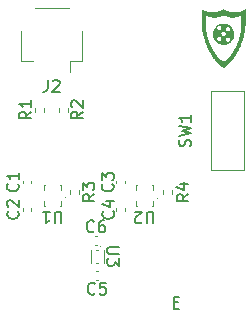
<source format=gbr>
%TF.GenerationSoftware,KiCad,Pcbnew,9.0.3*%
%TF.CreationDate,2025-08-15T19:30:48-04:00*%
%TF.ProjectId,M.2-to-Serial-RPI-3P-Debug-UART,4d2e322d-746f-42d5-9365-7269616c2d52,rev?*%
%TF.SameCoordinates,Original*%
%TF.FileFunction,Legend,Top*%
%TF.FilePolarity,Positive*%
%FSLAX46Y46*%
G04 Gerber Fmt 4.6, Leading zero omitted, Abs format (unit mm)*
G04 Created by KiCad (PCBNEW 9.0.3) date 2025-08-15 19:30:48*
%MOMM*%
%LPD*%
G01*
G04 APERTURE LIST*
%ADD10C,0.150000*%
%ADD11C,0.000000*%
%ADD12C,0.120000*%
%ADD13C,0.100000*%
G04 APERTURE END LIST*
D10*
X129348333Y-132454580D02*
X129300714Y-132502200D01*
X129300714Y-132502200D02*
X129157857Y-132549819D01*
X129157857Y-132549819D02*
X129062619Y-132549819D01*
X129062619Y-132549819D02*
X128919762Y-132502200D01*
X128919762Y-132502200D02*
X128824524Y-132406961D01*
X128824524Y-132406961D02*
X128776905Y-132311723D01*
X128776905Y-132311723D02*
X128729286Y-132121247D01*
X128729286Y-132121247D02*
X128729286Y-131978390D01*
X128729286Y-131978390D02*
X128776905Y-131787914D01*
X128776905Y-131787914D02*
X128824524Y-131692676D01*
X128824524Y-131692676D02*
X128919762Y-131597438D01*
X128919762Y-131597438D02*
X129062619Y-131549819D01*
X129062619Y-131549819D02*
X129157857Y-131549819D01*
X129157857Y-131549819D02*
X129300714Y-131597438D01*
X129300714Y-131597438D02*
X129348333Y-131645057D01*
X130205476Y-131549819D02*
X130015000Y-131549819D01*
X130015000Y-131549819D02*
X129919762Y-131597438D01*
X129919762Y-131597438D02*
X129872143Y-131645057D01*
X129872143Y-131645057D02*
X129776905Y-131787914D01*
X129776905Y-131787914D02*
X129729286Y-131978390D01*
X129729286Y-131978390D02*
X129729286Y-132359342D01*
X129729286Y-132359342D02*
X129776905Y-132454580D01*
X129776905Y-132454580D02*
X129824524Y-132502200D01*
X129824524Y-132502200D02*
X129919762Y-132549819D01*
X129919762Y-132549819D02*
X130110238Y-132549819D01*
X130110238Y-132549819D02*
X130205476Y-132502200D01*
X130205476Y-132502200D02*
X130253095Y-132454580D01*
X130253095Y-132454580D02*
X130300714Y-132359342D01*
X130300714Y-132359342D02*
X130300714Y-132121247D01*
X130300714Y-132121247D02*
X130253095Y-132026009D01*
X130253095Y-132026009D02*
X130205476Y-131978390D01*
X130205476Y-131978390D02*
X130110238Y-131930771D01*
X130110238Y-131930771D02*
X129919762Y-131930771D01*
X129919762Y-131930771D02*
X129824524Y-131978390D01*
X129824524Y-131978390D02*
X129776905Y-132026009D01*
X129776905Y-132026009D02*
X129729286Y-132121247D01*
X136086779Y-138481009D02*
X136420112Y-138481009D01*
X136562969Y-139004819D02*
X136086779Y-139004819D01*
X136086779Y-139004819D02*
X136086779Y-138004819D01*
X136086779Y-138004819D02*
X136562969Y-138004819D01*
X129433333Y-137724580D02*
X129385714Y-137772200D01*
X129385714Y-137772200D02*
X129242857Y-137819819D01*
X129242857Y-137819819D02*
X129147619Y-137819819D01*
X129147619Y-137819819D02*
X129004762Y-137772200D01*
X129004762Y-137772200D02*
X128909524Y-137676961D01*
X128909524Y-137676961D02*
X128861905Y-137581723D01*
X128861905Y-137581723D02*
X128814286Y-137391247D01*
X128814286Y-137391247D02*
X128814286Y-137248390D01*
X128814286Y-137248390D02*
X128861905Y-137057914D01*
X128861905Y-137057914D02*
X128909524Y-136962676D01*
X128909524Y-136962676D02*
X129004762Y-136867438D01*
X129004762Y-136867438D02*
X129147619Y-136819819D01*
X129147619Y-136819819D02*
X129242857Y-136819819D01*
X129242857Y-136819819D02*
X129385714Y-136867438D01*
X129385714Y-136867438D02*
X129433333Y-136915057D01*
X130338095Y-136819819D02*
X129861905Y-136819819D01*
X129861905Y-136819819D02*
X129814286Y-137296009D01*
X129814286Y-137296009D02*
X129861905Y-137248390D01*
X129861905Y-137248390D02*
X129957143Y-137200771D01*
X129957143Y-137200771D02*
X130195238Y-137200771D01*
X130195238Y-137200771D02*
X130290476Y-137248390D01*
X130290476Y-137248390D02*
X130338095Y-137296009D01*
X130338095Y-137296009D02*
X130385714Y-137391247D01*
X130385714Y-137391247D02*
X130385714Y-137629342D01*
X130385714Y-137629342D02*
X130338095Y-137724580D01*
X130338095Y-137724580D02*
X130290476Y-137772200D01*
X130290476Y-137772200D02*
X130195238Y-137819819D01*
X130195238Y-137819819D02*
X129957143Y-137819819D01*
X129957143Y-137819819D02*
X129861905Y-137772200D01*
X129861905Y-137772200D02*
X129814286Y-137724580D01*
X124034819Y-122341666D02*
X123558628Y-122674999D01*
X124034819Y-122913094D02*
X123034819Y-122913094D01*
X123034819Y-122913094D02*
X123034819Y-122532142D01*
X123034819Y-122532142D02*
X123082438Y-122436904D01*
X123082438Y-122436904D02*
X123130057Y-122389285D01*
X123130057Y-122389285D02*
X123225295Y-122341666D01*
X123225295Y-122341666D02*
X123368152Y-122341666D01*
X123368152Y-122341666D02*
X123463390Y-122389285D01*
X123463390Y-122389285D02*
X123511009Y-122436904D01*
X123511009Y-122436904D02*
X123558628Y-122532142D01*
X123558628Y-122532142D02*
X123558628Y-122913094D01*
X124034819Y-121389285D02*
X124034819Y-121960713D01*
X124034819Y-121674999D02*
X123034819Y-121674999D01*
X123034819Y-121674999D02*
X123177676Y-121770237D01*
X123177676Y-121770237D02*
X123272914Y-121865475D01*
X123272914Y-121865475D02*
X123320533Y-121960713D01*
X122874580Y-128446666D02*
X122922200Y-128494285D01*
X122922200Y-128494285D02*
X122969819Y-128637142D01*
X122969819Y-128637142D02*
X122969819Y-128732380D01*
X122969819Y-128732380D02*
X122922200Y-128875237D01*
X122922200Y-128875237D02*
X122826961Y-128970475D01*
X122826961Y-128970475D02*
X122731723Y-129018094D01*
X122731723Y-129018094D02*
X122541247Y-129065713D01*
X122541247Y-129065713D02*
X122398390Y-129065713D01*
X122398390Y-129065713D02*
X122207914Y-129018094D01*
X122207914Y-129018094D02*
X122112676Y-128970475D01*
X122112676Y-128970475D02*
X122017438Y-128875237D01*
X122017438Y-128875237D02*
X121969819Y-128732380D01*
X121969819Y-128732380D02*
X121969819Y-128637142D01*
X121969819Y-128637142D02*
X122017438Y-128494285D01*
X122017438Y-128494285D02*
X122065057Y-128446666D01*
X122969819Y-127494285D02*
X122969819Y-128065713D01*
X122969819Y-127779999D02*
X121969819Y-127779999D01*
X121969819Y-127779999D02*
X122112676Y-127875237D01*
X122112676Y-127875237D02*
X122207914Y-127970475D01*
X122207914Y-127970475D02*
X122255533Y-128065713D01*
X125426666Y-119654819D02*
X125426666Y-120369104D01*
X125426666Y-120369104D02*
X125379047Y-120511961D01*
X125379047Y-120511961D02*
X125283809Y-120607200D01*
X125283809Y-120607200D02*
X125140952Y-120654819D01*
X125140952Y-120654819D02*
X125045714Y-120654819D01*
X125855238Y-119750057D02*
X125902857Y-119702438D01*
X125902857Y-119702438D02*
X125998095Y-119654819D01*
X125998095Y-119654819D02*
X126236190Y-119654819D01*
X126236190Y-119654819D02*
X126331428Y-119702438D01*
X126331428Y-119702438D02*
X126379047Y-119750057D01*
X126379047Y-119750057D02*
X126426666Y-119845295D01*
X126426666Y-119845295D02*
X126426666Y-119940533D01*
X126426666Y-119940533D02*
X126379047Y-120083390D01*
X126379047Y-120083390D02*
X125807619Y-120654819D01*
X125807619Y-120654819D02*
X126426666Y-120654819D01*
X137334819Y-129311666D02*
X136858628Y-129644999D01*
X137334819Y-129883094D02*
X136334819Y-129883094D01*
X136334819Y-129883094D02*
X136334819Y-129502142D01*
X136334819Y-129502142D02*
X136382438Y-129406904D01*
X136382438Y-129406904D02*
X136430057Y-129359285D01*
X136430057Y-129359285D02*
X136525295Y-129311666D01*
X136525295Y-129311666D02*
X136668152Y-129311666D01*
X136668152Y-129311666D02*
X136763390Y-129359285D01*
X136763390Y-129359285D02*
X136811009Y-129406904D01*
X136811009Y-129406904D02*
X136858628Y-129502142D01*
X136858628Y-129502142D02*
X136858628Y-129883094D01*
X136668152Y-128454523D02*
X137334819Y-128454523D01*
X136287200Y-128692618D02*
X137001485Y-128930713D01*
X137001485Y-128930713D02*
X137001485Y-128311666D01*
X128394819Y-122341666D02*
X127918628Y-122674999D01*
X128394819Y-122913094D02*
X127394819Y-122913094D01*
X127394819Y-122913094D02*
X127394819Y-122532142D01*
X127394819Y-122532142D02*
X127442438Y-122436904D01*
X127442438Y-122436904D02*
X127490057Y-122389285D01*
X127490057Y-122389285D02*
X127585295Y-122341666D01*
X127585295Y-122341666D02*
X127728152Y-122341666D01*
X127728152Y-122341666D02*
X127823390Y-122389285D01*
X127823390Y-122389285D02*
X127871009Y-122436904D01*
X127871009Y-122436904D02*
X127918628Y-122532142D01*
X127918628Y-122532142D02*
X127918628Y-122913094D01*
X127490057Y-121960713D02*
X127442438Y-121913094D01*
X127442438Y-121913094D02*
X127394819Y-121817856D01*
X127394819Y-121817856D02*
X127394819Y-121579761D01*
X127394819Y-121579761D02*
X127442438Y-121484523D01*
X127442438Y-121484523D02*
X127490057Y-121436904D01*
X127490057Y-121436904D02*
X127585295Y-121389285D01*
X127585295Y-121389285D02*
X127680533Y-121389285D01*
X127680533Y-121389285D02*
X127823390Y-121436904D01*
X127823390Y-121436904D02*
X128394819Y-122008332D01*
X128394819Y-122008332D02*
X128394819Y-121389285D01*
X126591904Y-131790180D02*
X126591904Y-130980657D01*
X126591904Y-130980657D02*
X126544285Y-130885419D01*
X126544285Y-130885419D02*
X126496666Y-130837800D01*
X126496666Y-130837800D02*
X126401428Y-130790180D01*
X126401428Y-130790180D02*
X126210952Y-130790180D01*
X126210952Y-130790180D02*
X126115714Y-130837800D01*
X126115714Y-130837800D02*
X126068095Y-130885419D01*
X126068095Y-130885419D02*
X126020476Y-130980657D01*
X126020476Y-130980657D02*
X126020476Y-131790180D01*
X125020476Y-130790180D02*
X125591904Y-130790180D01*
X125306190Y-130790180D02*
X125306190Y-131790180D01*
X125306190Y-131790180D02*
X125401428Y-131647323D01*
X125401428Y-131647323D02*
X125496666Y-131552085D01*
X125496666Y-131552085D02*
X125591904Y-131504466D01*
X130904580Y-128461666D02*
X130952200Y-128509285D01*
X130952200Y-128509285D02*
X130999819Y-128652142D01*
X130999819Y-128652142D02*
X130999819Y-128747380D01*
X130999819Y-128747380D02*
X130952200Y-128890237D01*
X130952200Y-128890237D02*
X130856961Y-128985475D01*
X130856961Y-128985475D02*
X130761723Y-129033094D01*
X130761723Y-129033094D02*
X130571247Y-129080713D01*
X130571247Y-129080713D02*
X130428390Y-129080713D01*
X130428390Y-129080713D02*
X130237914Y-129033094D01*
X130237914Y-129033094D02*
X130142676Y-128985475D01*
X130142676Y-128985475D02*
X130047438Y-128890237D01*
X130047438Y-128890237D02*
X129999819Y-128747380D01*
X129999819Y-128747380D02*
X129999819Y-128652142D01*
X129999819Y-128652142D02*
X130047438Y-128509285D01*
X130047438Y-128509285D02*
X130095057Y-128461666D01*
X129999819Y-128128332D02*
X129999819Y-127509285D01*
X129999819Y-127509285D02*
X130380771Y-127842618D01*
X130380771Y-127842618D02*
X130380771Y-127699761D01*
X130380771Y-127699761D02*
X130428390Y-127604523D01*
X130428390Y-127604523D02*
X130476009Y-127556904D01*
X130476009Y-127556904D02*
X130571247Y-127509285D01*
X130571247Y-127509285D02*
X130809342Y-127509285D01*
X130809342Y-127509285D02*
X130904580Y-127556904D01*
X130904580Y-127556904D02*
X130952200Y-127604523D01*
X130952200Y-127604523D02*
X130999819Y-127699761D01*
X130999819Y-127699761D02*
X130999819Y-127985475D01*
X130999819Y-127985475D02*
X130952200Y-128080713D01*
X130952200Y-128080713D02*
X130904580Y-128128332D01*
X134376904Y-131800180D02*
X134376904Y-130990657D01*
X134376904Y-130990657D02*
X134329285Y-130895419D01*
X134329285Y-130895419D02*
X134281666Y-130847800D01*
X134281666Y-130847800D02*
X134186428Y-130800180D01*
X134186428Y-130800180D02*
X133995952Y-130800180D01*
X133995952Y-130800180D02*
X133900714Y-130847800D01*
X133900714Y-130847800D02*
X133853095Y-130895419D01*
X133853095Y-130895419D02*
X133805476Y-130990657D01*
X133805476Y-130990657D02*
X133805476Y-131800180D01*
X133376904Y-131704942D02*
X133329285Y-131752561D01*
X133329285Y-131752561D02*
X133234047Y-131800180D01*
X133234047Y-131800180D02*
X132995952Y-131800180D01*
X132995952Y-131800180D02*
X132900714Y-131752561D01*
X132900714Y-131752561D02*
X132853095Y-131704942D01*
X132853095Y-131704942D02*
X132805476Y-131609704D01*
X132805476Y-131609704D02*
X132805476Y-131514466D01*
X132805476Y-131514466D02*
X132853095Y-131371609D01*
X132853095Y-131371609D02*
X133424523Y-130800180D01*
X133424523Y-130800180D02*
X132805476Y-130800180D01*
X130959580Y-130776666D02*
X131007200Y-130824285D01*
X131007200Y-130824285D02*
X131054819Y-130967142D01*
X131054819Y-130967142D02*
X131054819Y-131062380D01*
X131054819Y-131062380D02*
X131007200Y-131205237D01*
X131007200Y-131205237D02*
X130911961Y-131300475D01*
X130911961Y-131300475D02*
X130816723Y-131348094D01*
X130816723Y-131348094D02*
X130626247Y-131395713D01*
X130626247Y-131395713D02*
X130483390Y-131395713D01*
X130483390Y-131395713D02*
X130292914Y-131348094D01*
X130292914Y-131348094D02*
X130197676Y-131300475D01*
X130197676Y-131300475D02*
X130102438Y-131205237D01*
X130102438Y-131205237D02*
X130054819Y-131062380D01*
X130054819Y-131062380D02*
X130054819Y-130967142D01*
X130054819Y-130967142D02*
X130102438Y-130824285D01*
X130102438Y-130824285D02*
X130150057Y-130776666D01*
X130388152Y-129919523D02*
X131054819Y-129919523D01*
X130007200Y-130157618D02*
X130721485Y-130395713D01*
X130721485Y-130395713D02*
X130721485Y-129776666D01*
X122884580Y-130776666D02*
X122932200Y-130824285D01*
X122932200Y-130824285D02*
X122979819Y-130967142D01*
X122979819Y-130967142D02*
X122979819Y-131062380D01*
X122979819Y-131062380D02*
X122932200Y-131205237D01*
X122932200Y-131205237D02*
X122836961Y-131300475D01*
X122836961Y-131300475D02*
X122741723Y-131348094D01*
X122741723Y-131348094D02*
X122551247Y-131395713D01*
X122551247Y-131395713D02*
X122408390Y-131395713D01*
X122408390Y-131395713D02*
X122217914Y-131348094D01*
X122217914Y-131348094D02*
X122122676Y-131300475D01*
X122122676Y-131300475D02*
X122027438Y-131205237D01*
X122027438Y-131205237D02*
X121979819Y-131062380D01*
X121979819Y-131062380D02*
X121979819Y-130967142D01*
X121979819Y-130967142D02*
X122027438Y-130824285D01*
X122027438Y-130824285D02*
X122075057Y-130776666D01*
X122075057Y-130395713D02*
X122027438Y-130348094D01*
X122027438Y-130348094D02*
X121979819Y-130252856D01*
X121979819Y-130252856D02*
X121979819Y-130014761D01*
X121979819Y-130014761D02*
X122027438Y-129919523D01*
X122027438Y-129919523D02*
X122075057Y-129871904D01*
X122075057Y-129871904D02*
X122170295Y-129824285D01*
X122170295Y-129824285D02*
X122265533Y-129824285D01*
X122265533Y-129824285D02*
X122408390Y-129871904D01*
X122408390Y-129871904D02*
X122979819Y-130443332D01*
X122979819Y-130443332D02*
X122979819Y-129824285D01*
X137494700Y-125278332D02*
X137542319Y-125135475D01*
X137542319Y-125135475D02*
X137542319Y-124897380D01*
X137542319Y-124897380D02*
X137494700Y-124802142D01*
X137494700Y-124802142D02*
X137447080Y-124754523D01*
X137447080Y-124754523D02*
X137351842Y-124706904D01*
X137351842Y-124706904D02*
X137256604Y-124706904D01*
X137256604Y-124706904D02*
X137161366Y-124754523D01*
X137161366Y-124754523D02*
X137113747Y-124802142D01*
X137113747Y-124802142D02*
X137066128Y-124897380D01*
X137066128Y-124897380D02*
X137018509Y-125087856D01*
X137018509Y-125087856D02*
X136970890Y-125183094D01*
X136970890Y-125183094D02*
X136923271Y-125230713D01*
X136923271Y-125230713D02*
X136828033Y-125278332D01*
X136828033Y-125278332D02*
X136732795Y-125278332D01*
X136732795Y-125278332D02*
X136637557Y-125230713D01*
X136637557Y-125230713D02*
X136589938Y-125183094D01*
X136589938Y-125183094D02*
X136542319Y-125087856D01*
X136542319Y-125087856D02*
X136542319Y-124849761D01*
X136542319Y-124849761D02*
X136589938Y-124706904D01*
X136542319Y-124373570D02*
X137542319Y-124135475D01*
X137542319Y-124135475D02*
X136828033Y-123944999D01*
X136828033Y-123944999D02*
X137542319Y-123754523D01*
X137542319Y-123754523D02*
X136542319Y-123516428D01*
X137542319Y-122611666D02*
X137542319Y-123183094D01*
X137542319Y-122897380D02*
X136542319Y-122897380D01*
X136542319Y-122897380D02*
X136685176Y-122992618D01*
X136685176Y-122992618D02*
X136780414Y-123087856D01*
X136780414Y-123087856D02*
X136828033Y-123183094D01*
X131465180Y-133803095D02*
X130655657Y-133803095D01*
X130655657Y-133803095D02*
X130560419Y-133850714D01*
X130560419Y-133850714D02*
X130512800Y-133898333D01*
X130512800Y-133898333D02*
X130465180Y-133993571D01*
X130465180Y-133993571D02*
X130465180Y-134184047D01*
X130465180Y-134184047D02*
X130512800Y-134279285D01*
X130512800Y-134279285D02*
X130560419Y-134326904D01*
X130560419Y-134326904D02*
X130655657Y-134374523D01*
X130655657Y-134374523D02*
X131465180Y-134374523D01*
X131465180Y-134755476D02*
X131465180Y-135374523D01*
X131465180Y-135374523D02*
X131084228Y-135041190D01*
X131084228Y-135041190D02*
X131084228Y-135184047D01*
X131084228Y-135184047D02*
X131036609Y-135279285D01*
X131036609Y-135279285D02*
X130988990Y-135326904D01*
X130988990Y-135326904D02*
X130893752Y-135374523D01*
X130893752Y-135374523D02*
X130655657Y-135374523D01*
X130655657Y-135374523D02*
X130560419Y-135326904D01*
X130560419Y-135326904D02*
X130512800Y-135279285D01*
X130512800Y-135279285D02*
X130465180Y-135184047D01*
X130465180Y-135184047D02*
X130465180Y-134898333D01*
X130465180Y-134898333D02*
X130512800Y-134803095D01*
X130512800Y-134803095D02*
X130560419Y-134755476D01*
X129379819Y-129301666D02*
X128903628Y-129634999D01*
X129379819Y-129873094D02*
X128379819Y-129873094D01*
X128379819Y-129873094D02*
X128379819Y-129492142D01*
X128379819Y-129492142D02*
X128427438Y-129396904D01*
X128427438Y-129396904D02*
X128475057Y-129349285D01*
X128475057Y-129349285D02*
X128570295Y-129301666D01*
X128570295Y-129301666D02*
X128713152Y-129301666D01*
X128713152Y-129301666D02*
X128808390Y-129349285D01*
X128808390Y-129349285D02*
X128856009Y-129396904D01*
X128856009Y-129396904D02*
X128903628Y-129492142D01*
X128903628Y-129492142D02*
X128903628Y-129873094D01*
X128379819Y-128968332D02*
X128379819Y-128349285D01*
X128379819Y-128349285D02*
X128760771Y-128682618D01*
X128760771Y-128682618D02*
X128760771Y-128539761D01*
X128760771Y-128539761D02*
X128808390Y-128444523D01*
X128808390Y-128444523D02*
X128856009Y-128396904D01*
X128856009Y-128396904D02*
X128951247Y-128349285D01*
X128951247Y-128349285D02*
X129189342Y-128349285D01*
X129189342Y-128349285D02*
X129284580Y-128396904D01*
X129284580Y-128396904D02*
X129332200Y-128444523D01*
X129332200Y-128444523D02*
X129379819Y-128539761D01*
X129379819Y-128539761D02*
X129379819Y-128825475D01*
X129379819Y-128825475D02*
X129332200Y-128920713D01*
X129332200Y-128920713D02*
X129284580Y-128968332D01*
D11*
%TO.C,G\u002A\u002A\u002A*%
G36*
X140340007Y-113655041D02*
G01*
X140403064Y-113687196D01*
X140465861Y-113717349D01*
X140528352Y-113745482D01*
X140590488Y-113771578D01*
X140652223Y-113795619D01*
X140713509Y-113817588D01*
X140774299Y-113837468D01*
X140834545Y-113855240D01*
X140894199Y-113870888D01*
X140953215Y-113884394D01*
X140974040Y-113888678D01*
X141034786Y-113899714D01*
X141095166Y-113908507D01*
X141155176Y-113915057D01*
X141214816Y-113919365D01*
X141274080Y-113921430D01*
X141332968Y-113921253D01*
X141391475Y-113918833D01*
X141449599Y-113914171D01*
X141507338Y-113907267D01*
X141564688Y-113898121D01*
X141621647Y-113886733D01*
X141678212Y-113873103D01*
X141730031Y-113858545D01*
X141782243Y-113841792D01*
X141834631Y-113822860D01*
X141887041Y-113801823D01*
X141939318Y-113778753D01*
X141991307Y-113753725D01*
X142042853Y-113726813D01*
X142093802Y-113698089D01*
X142144000Y-113667628D01*
X142180515Y-113644049D01*
X142183646Y-113641975D01*
X142183632Y-114226985D01*
X142183630Y-114272909D01*
X142183628Y-114316622D01*
X142183624Y-114358188D01*
X142183618Y-114397673D01*
X142183609Y-114435142D01*
X142183597Y-114470659D01*
X142183582Y-114504291D01*
X142183562Y-114536103D01*
X142183538Y-114566158D01*
X142183508Y-114594524D01*
X142183472Y-114621265D01*
X142183430Y-114646446D01*
X142183381Y-114670132D01*
X142183324Y-114692388D01*
X142183260Y-114713281D01*
X142183186Y-114732874D01*
X142183104Y-114751234D01*
X142183012Y-114768424D01*
X142182910Y-114784512D01*
X142182797Y-114799560D01*
X142182673Y-114813636D01*
X142182536Y-114826804D01*
X142182388Y-114839129D01*
X142182227Y-114850676D01*
X142182052Y-114861511D01*
X142181863Y-114871699D01*
X142181659Y-114881305D01*
X142181441Y-114890394D01*
X142181207Y-114899031D01*
X142180956Y-114907282D01*
X142180689Y-114915211D01*
X142180405Y-114922885D01*
X142180103Y-114930367D01*
X142179782Y-114937724D01*
X142179443Y-114945020D01*
X142179084Y-114952321D01*
X142178706Y-114959692D01*
X142178306Y-114967198D01*
X142177886Y-114974904D01*
X142177444Y-114982876D01*
X142177323Y-114985040D01*
X142171460Y-115072907D01*
X142163637Y-115161806D01*
X142153878Y-115251648D01*
X142142205Y-115342342D01*
X142128642Y-115433800D01*
X142113209Y-115525933D01*
X142095931Y-115618651D01*
X142076830Y-115711865D01*
X142055928Y-115805485D01*
X142033249Y-115899422D01*
X142008814Y-115993587D01*
X141982647Y-116087890D01*
X141954769Y-116182242D01*
X141925205Y-116276553D01*
X141893976Y-116370735D01*
X141861105Y-116464697D01*
X141826614Y-116558352D01*
X141790527Y-116651608D01*
X141752866Y-116744377D01*
X141713654Y-116836569D01*
X141700355Y-116866901D01*
X141661413Y-116953190D01*
X141621342Y-117038317D01*
X141580181Y-117122219D01*
X141537973Y-117204830D01*
X141494758Y-117286084D01*
X141450577Y-117365915D01*
X141405471Y-117444259D01*
X141359483Y-117521050D01*
X141312651Y-117596221D01*
X141265018Y-117669709D01*
X141216625Y-117741446D01*
X141167513Y-117811369D01*
X141117723Y-117879410D01*
X141067295Y-117945506D01*
X141016271Y-118009590D01*
X140964693Y-118071596D01*
X140912600Y-118131460D01*
X140894995Y-118151075D01*
X140882240Y-118165037D01*
X140868366Y-118179973D01*
X140853594Y-118195659D01*
X140838145Y-118211869D01*
X140822239Y-118228379D01*
X140806099Y-118244964D01*
X140789944Y-118261398D01*
X140773997Y-118277457D01*
X140758478Y-118292916D01*
X140743608Y-118307549D01*
X140729609Y-118321131D01*
X140716701Y-118333439D01*
X140706202Y-118343236D01*
X140664834Y-118380719D01*
X140624173Y-118416252D01*
X140584032Y-118449981D01*
X140544225Y-118482049D01*
X140504563Y-118512600D01*
X140464858Y-118541779D01*
X140424924Y-118569731D01*
X140384573Y-118596599D01*
X140343616Y-118622527D01*
X140341061Y-118624102D01*
X140334648Y-118628040D01*
X140328778Y-118631627D01*
X140323766Y-118634673D01*
X140319927Y-118636986D01*
X140317577Y-118638376D01*
X140317106Y-118638640D01*
X140316215Y-118638864D01*
X140314929Y-118638648D01*
X140313033Y-118637867D01*
X140310314Y-118636399D01*
X140306557Y-118634120D01*
X140301548Y-118630906D01*
X140295073Y-118626635D01*
X140287781Y-118621763D01*
X140235658Y-118585649D01*
X140183629Y-118547268D01*
X140131704Y-118506629D01*
X140079892Y-118463742D01*
X140028203Y-118418614D01*
X139976647Y-118371255D01*
X139925233Y-118321673D01*
X139873971Y-118269878D01*
X139822870Y-118215878D01*
X139771941Y-118159682D01*
X139732380Y-118114375D01*
X139677110Y-118048610D01*
X139622502Y-117980739D01*
X139568597Y-117910845D01*
X139515436Y-117839014D01*
X139463061Y-117765330D01*
X139411514Y-117689877D01*
X139360836Y-117612740D01*
X139311068Y-117534004D01*
X139262252Y-117453752D01*
X139214429Y-117372069D01*
X139167641Y-117289040D01*
X139121929Y-117204748D01*
X139077335Y-117119280D01*
X139033900Y-117032718D01*
X138991666Y-116945147D01*
X138950674Y-116856652D01*
X138910965Y-116767318D01*
X138872582Y-116677228D01*
X138835565Y-116586467D01*
X138799955Y-116495120D01*
X138765796Y-116403270D01*
X138733127Y-116311003D01*
X138701990Y-116218403D01*
X138672428Y-116125554D01*
X138644480Y-116032541D01*
X138618189Y-115939448D01*
X138593597Y-115846359D01*
X138570744Y-115753360D01*
X138568631Y-115744388D01*
X138550405Y-115663832D01*
X138533567Y-115583487D01*
X138518146Y-115503540D01*
X138504174Y-115424178D01*
X138491681Y-115345589D01*
X138480697Y-115267959D01*
X138471254Y-115191475D01*
X138463382Y-115116325D01*
X138460356Y-115082947D01*
X138459728Y-115075659D01*
X138458961Y-115066763D01*
X138458112Y-115056922D01*
X138457239Y-115046797D01*
X138456397Y-115037048D01*
X138456085Y-115033425D01*
X138453580Y-115004394D01*
X138453489Y-114819496D01*
X138831027Y-114819496D01*
X138831033Y-114848273D01*
X138831047Y-114875288D01*
X138831069Y-114900612D01*
X138831099Y-114924321D01*
X138831139Y-114946487D01*
X138831189Y-114967184D01*
X138831248Y-114986485D01*
X138831319Y-115004464D01*
X138831400Y-115021194D01*
X138831493Y-115036748D01*
X138831598Y-115051200D01*
X138831716Y-115064624D01*
X138831846Y-115077092D01*
X138831991Y-115088679D01*
X138832149Y-115099457D01*
X138832322Y-115109501D01*
X138832509Y-115118883D01*
X138832712Y-115127676D01*
X138832931Y-115135955D01*
X138833167Y-115143793D01*
X138833419Y-115151263D01*
X138833689Y-115158439D01*
X138833976Y-115165394D01*
X138834282Y-115172201D01*
X138834607Y-115178934D01*
X138834919Y-115185065D01*
X138839843Y-115261135D01*
X138846727Y-115338260D01*
X138855555Y-115416365D01*
X138866310Y-115495377D01*
X138878974Y-115575222D01*
X138893532Y-115655825D01*
X138909965Y-115737114D01*
X138928258Y-115819014D01*
X138948393Y-115901451D01*
X138970353Y-115984351D01*
X138994121Y-116067641D01*
X139019681Y-116151246D01*
X139047015Y-116235092D01*
X139076107Y-116319106D01*
X139106940Y-116403214D01*
X139123817Y-116447382D01*
X139154533Y-116524743D01*
X139186425Y-116601361D01*
X139219451Y-116677165D01*
X139253566Y-116752087D01*
X139288727Y-116826056D01*
X139324890Y-116899004D01*
X139362011Y-116970860D01*
X139400047Y-117041557D01*
X139438953Y-117111023D01*
X139478686Y-117179190D01*
X139519202Y-117245988D01*
X139560458Y-117311348D01*
X139602409Y-117375200D01*
X139645012Y-117437476D01*
X139688224Y-117498105D01*
X139731999Y-117557018D01*
X139776296Y-117614145D01*
X139821069Y-117669418D01*
X139866275Y-117722767D01*
X139911870Y-117774122D01*
X139957811Y-117823415D01*
X140004053Y-117870574D01*
X140047341Y-117912505D01*
X140081959Y-117944597D01*
X140115899Y-117974858D01*
X140149440Y-118003521D01*
X140182861Y-118030819D01*
X140216442Y-118056987D01*
X140246000Y-118079012D01*
X140251335Y-118082867D01*
X140257555Y-118087297D01*
X140264418Y-118092135D01*
X140271681Y-118097214D01*
X140279100Y-118102369D01*
X140286434Y-118107431D01*
X140293440Y-118112235D01*
X140299876Y-118116613D01*
X140305498Y-118120398D01*
X140310063Y-118123425D01*
X140313330Y-118125526D01*
X140315055Y-118126534D01*
X140315241Y-118126598D01*
X140316357Y-118126037D01*
X140319058Y-118124492D01*
X140322988Y-118122171D01*
X140327792Y-118119283D01*
X140330136Y-118117859D01*
X140338026Y-118112964D01*
X140347385Y-118107014D01*
X140357823Y-118100268D01*
X140368951Y-118092983D01*
X140380378Y-118085419D01*
X140391715Y-118077835D01*
X140402571Y-118070490D01*
X140412556Y-118063641D01*
X140421279Y-118057548D01*
X140424168Y-118055495D01*
X140470842Y-118020952D01*
X140517366Y-117984174D01*
X140563700Y-117945198D01*
X140609801Y-117904063D01*
X140655627Y-117860807D01*
X140701138Y-117815468D01*
X140746291Y-117768085D01*
X140791046Y-117718696D01*
X140799704Y-117708858D01*
X140846592Y-117653920D01*
X140892922Y-117596839D01*
X140938647Y-117537689D01*
X140983721Y-117476546D01*
X141028097Y-117413485D01*
X141071729Y-117348580D01*
X141114571Y-117281907D01*
X141156577Y-117213540D01*
X141197700Y-117143555D01*
X141237894Y-117072027D01*
X141277113Y-116999031D01*
X141315310Y-116924641D01*
X141352439Y-116848933D01*
X141388454Y-116771982D01*
X141416587Y-116709226D01*
X141452597Y-116625149D01*
X141487001Y-116540431D01*
X141519769Y-116455180D01*
X141550871Y-116369504D01*
X141580278Y-116283512D01*
X141607963Y-116197312D01*
X141633894Y-116111013D01*
X141658045Y-116024723D01*
X141680384Y-115938550D01*
X141700883Y-115852602D01*
X141719514Y-115766989D01*
X141736247Y-115681819D01*
X141751053Y-115597199D01*
X141763902Y-115513238D01*
X141774766Y-115430045D01*
X141783616Y-115347728D01*
X141784537Y-115337960D01*
X141786177Y-115319820D01*
X141787697Y-115301942D01*
X141789119Y-115284008D01*
X141790464Y-115265701D01*
X141791755Y-115246702D01*
X141793012Y-115226692D01*
X141794258Y-115205352D01*
X141795515Y-115182365D01*
X141796769Y-115158085D01*
X141796890Y-115154917D01*
X141797006Y-115150269D01*
X141797116Y-115144107D01*
X141797222Y-115136394D01*
X141797324Y-115127092D01*
X141797421Y-115116167D01*
X141797514Y-115103582D01*
X141797603Y-115089300D01*
X141797687Y-115073286D01*
X141797768Y-115055503D01*
X141797845Y-115035914D01*
X141797918Y-115014483D01*
X141797987Y-114991175D01*
X141798053Y-114965953D01*
X141798116Y-114938780D01*
X141798176Y-114909620D01*
X141798232Y-114878437D01*
X141798286Y-114845195D01*
X141798336Y-114809857D01*
X141798384Y-114772388D01*
X141798430Y-114732750D01*
X141798472Y-114690907D01*
X141798513Y-114647045D01*
X141798936Y-114162190D01*
X141795762Y-114164276D01*
X141769824Y-114180753D01*
X141742044Y-114197333D01*
X141712831Y-114213804D01*
X141682598Y-114229953D01*
X141651757Y-114245567D01*
X141620717Y-114260432D01*
X141589891Y-114274335D01*
X141559690Y-114287063D01*
X141555789Y-114288638D01*
X141506250Y-114307310D01*
X141456146Y-114323791D01*
X141405527Y-114338069D01*
X141354440Y-114350131D01*
X141302934Y-114359965D01*
X141251057Y-114367559D01*
X141233038Y-114369662D01*
X141196192Y-114373024D01*
X141157957Y-114375260D01*
X141118928Y-114376362D01*
X141079699Y-114376323D01*
X141040864Y-114375137D01*
X141003018Y-114372796D01*
X140999086Y-114372479D01*
X140946864Y-114367160D01*
X140894345Y-114359770D01*
X140841487Y-114350298D01*
X140788250Y-114338733D01*
X140734590Y-114325063D01*
X140680466Y-114309277D01*
X140625837Y-114291364D01*
X140570661Y-114271311D01*
X140514896Y-114249107D01*
X140458500Y-114224742D01*
X140454337Y-114222869D01*
X140440115Y-114216368D01*
X140424703Y-114209170D01*
X140408608Y-114201521D01*
X140392338Y-114193666D01*
X140376402Y-114185853D01*
X140361307Y-114178328D01*
X140347561Y-114171335D01*
X140341756Y-114168327D01*
X140315128Y-114154427D01*
X140298495Y-114163097D01*
X140241153Y-114192056D01*
X140184254Y-114218927D01*
X140127821Y-114243702D01*
X140071879Y-114266374D01*
X140016453Y-114286933D01*
X139961567Y-114305372D01*
X139907245Y-114321682D01*
X139853512Y-114335856D01*
X139800392Y-114347885D01*
X139747909Y-114357762D01*
X139696089Y-114365477D01*
X139690296Y-114366210D01*
X139672487Y-114368365D01*
X139656233Y-114370191D01*
X139641123Y-114371713D01*
X139626743Y-114372956D01*
X139612681Y-114373944D01*
X139598525Y-114374701D01*
X139583860Y-114375254D01*
X139568276Y-114375625D01*
X139551358Y-114375839D01*
X139532694Y-114375922D01*
X139527068Y-114375925D01*
X139510206Y-114375890D01*
X139495256Y-114375780D01*
X139481853Y-114375578D01*
X139469632Y-114375267D01*
X139458230Y-114374829D01*
X139447281Y-114374246D01*
X139436421Y-114373500D01*
X139425285Y-114372575D01*
X139413509Y-114371452D01*
X139400729Y-114370114D01*
X139396146Y-114369614D01*
X139344492Y-114362804D01*
X139293296Y-114353804D01*
X139242498Y-114342601D01*
X139192037Y-114329178D01*
X139141853Y-114313519D01*
X139091887Y-114295610D01*
X139067134Y-114285875D01*
X139036521Y-114272936D01*
X139004888Y-114258533D01*
X138972715Y-114242915D01*
X138940482Y-114226331D01*
X138908668Y-114209028D01*
X138877753Y-114191257D01*
X138848218Y-114173265D01*
X138840582Y-114168427D01*
X138831474Y-114162606D01*
X138831128Y-114605700D01*
X138831097Y-114646597D01*
X138831072Y-114685290D01*
X138831051Y-114721853D01*
X138831037Y-114756359D01*
X138831029Y-114788883D01*
X138831027Y-114819496D01*
X138453489Y-114819496D01*
X138453247Y-114325492D01*
X138452914Y-113646589D01*
X138457196Y-113649181D01*
X138460236Y-113651080D01*
X138464356Y-113653728D01*
X138468745Y-113656604D01*
X138469446Y-113657069D01*
X138474742Y-113660509D01*
X138481661Y-113664884D01*
X138489856Y-113669983D01*
X138498983Y-113675596D01*
X138508695Y-113681512D01*
X138518647Y-113687522D01*
X138528493Y-113693416D01*
X138537887Y-113698982D01*
X138546483Y-113704012D01*
X138550276Y-113706203D01*
X138604664Y-113736244D01*
X138659379Y-113764033D01*
X138714421Y-113789569D01*
X138769789Y-113812853D01*
X138825483Y-113833884D01*
X138881503Y-113852661D01*
X138937848Y-113869186D01*
X138994516Y-113883457D01*
X139051508Y-113895475D01*
X139108824Y-113905239D01*
X139166461Y-113912750D01*
X139224421Y-113918006D01*
X139282701Y-113921009D01*
X139341303Y-113921758D01*
X139400224Y-113920253D01*
X139459465Y-113916493D01*
X139478115Y-113914849D01*
X139537695Y-113908164D01*
X139597734Y-113899269D01*
X139658234Y-113888162D01*
X139719200Y-113874842D01*
X139780637Y-113859309D01*
X139842548Y-113841560D01*
X139904938Y-113821595D01*
X139967811Y-113799412D01*
X140031172Y-113775011D01*
X140095024Y-113748390D01*
X140129878Y-113733015D01*
X140145837Y-113725743D01*
X140163360Y-113717581D01*
X140182018Y-113708739D01*
X140201384Y-113699427D01*
X140221026Y-113689854D01*
X140240517Y-113680231D01*
X140259427Y-113670766D01*
X140277327Y-113661670D01*
X140293788Y-113653152D01*
X140299592Y-113650102D01*
X140315046Y-113641942D01*
X140340007Y-113655041D01*
G37*
G36*
X140355260Y-114876361D02*
G01*
X140400080Y-114879465D01*
X140444761Y-114884820D01*
X140453170Y-114886084D01*
X140497713Y-114894137D01*
X140541639Y-114904363D01*
X140584875Y-114916725D01*
X140627348Y-114931185D01*
X140668987Y-114947706D01*
X140709718Y-114966253D01*
X140749469Y-114986787D01*
X140788166Y-115009272D01*
X140825737Y-115033672D01*
X140862110Y-115059948D01*
X140897212Y-115088066D01*
X140930969Y-115117986D01*
X140953606Y-115139830D01*
X140984780Y-115172564D01*
X141014129Y-115206618D01*
X141041626Y-115241916D01*
X141067246Y-115278383D01*
X141090963Y-115315945D01*
X141112751Y-115354526D01*
X141132586Y-115394051D01*
X141150439Y-115434445D01*
X141166287Y-115475633D01*
X141180103Y-115517540D01*
X141191861Y-115560091D01*
X141201536Y-115603210D01*
X141209101Y-115646822D01*
X141214532Y-115690852D01*
X141217801Y-115735226D01*
X141218884Y-115779868D01*
X141217755Y-115824703D01*
X141214387Y-115869655D01*
X141211897Y-115891817D01*
X141205228Y-115936115D01*
X141196332Y-115980070D01*
X141185251Y-116023568D01*
X141172022Y-116066496D01*
X141156687Y-116108742D01*
X141139283Y-116150191D01*
X141119850Y-116190731D01*
X141098429Y-116230248D01*
X141087511Y-116248722D01*
X141063383Y-116286281D01*
X141037369Y-116322640D01*
X141009565Y-116357702D01*
X140980062Y-116391369D01*
X140948956Y-116423545D01*
X140916338Y-116454131D01*
X140882304Y-116483031D01*
X140846945Y-116510146D01*
X140815491Y-116532003D01*
X140776945Y-116556262D01*
X140737728Y-116578376D01*
X140697792Y-116598361D01*
X140657093Y-116616233D01*
X140615583Y-116632009D01*
X140573216Y-116645704D01*
X140529947Y-116657336D01*
X140485727Y-116666919D01*
X140440513Y-116674471D01*
X140394256Y-116680007D01*
X140391153Y-116680303D01*
X140386387Y-116680653D01*
X140379806Y-116680994D01*
X140371718Y-116681320D01*
X140362427Y-116681626D01*
X140352238Y-116681907D01*
X140341457Y-116682158D01*
X140330389Y-116682374D01*
X140319340Y-116682550D01*
X140308615Y-116682680D01*
X140298520Y-116682759D01*
X140289359Y-116682781D01*
X140281438Y-116682743D01*
X140275062Y-116682638D01*
X140270538Y-116682462D01*
X140269339Y-116682372D01*
X140266601Y-116682145D01*
X140262123Y-116681804D01*
X140256433Y-116681388D01*
X140250062Y-116680936D01*
X140247139Y-116680733D01*
X140218027Y-116678122D01*
X140187741Y-116674270D01*
X140156907Y-116669292D01*
X140126155Y-116663305D01*
X140096111Y-116656423D01*
X140067406Y-116648762D01*
X140057587Y-116645855D01*
X140051373Y-116643969D01*
X140045631Y-116642234D01*
X140040851Y-116640798D01*
X140037522Y-116639808D01*
X140036581Y-116639534D01*
X140034260Y-116638792D01*
X140030223Y-116637424D01*
X140024894Y-116635575D01*
X140018697Y-116633393D01*
X140012673Y-116631247D01*
X139970523Y-116615030D01*
X139929751Y-116597078D01*
X139890242Y-116577320D01*
X139851880Y-116555689D01*
X139814547Y-116532115D01*
X139778128Y-116506531D01*
X139742506Y-116478868D01*
X139716823Y-116457222D01*
X139710541Y-116451585D01*
X139703039Y-116444585D01*
X139694638Y-116436541D01*
X139685653Y-116427772D01*
X139676404Y-116418595D01*
X139667208Y-116409329D01*
X139658383Y-116400291D01*
X139650248Y-116391800D01*
X139643120Y-116384175D01*
X139637317Y-116377732D01*
X139636998Y-116377367D01*
X139607513Y-116341888D01*
X139579997Y-116305313D01*
X139554471Y-116267691D01*
X139530957Y-116229071D01*
X139509477Y-116189500D01*
X139498336Y-116166291D01*
X139773681Y-116166291D01*
X139773929Y-116177110D01*
X139774619Y-116187788D01*
X139775722Y-116197570D01*
X139776862Y-116204141D01*
X139782081Y-116223908D01*
X139789153Y-116242399D01*
X139798146Y-116259737D01*
X139809126Y-116276041D01*
X139822163Y-116291434D01*
X139829544Y-116298895D01*
X139844731Y-116312017D01*
X139860987Y-116323165D01*
X139878375Y-116332370D01*
X139896960Y-116339664D01*
X139916806Y-116345079D01*
X139924957Y-116346699D01*
X139930860Y-116347424D01*
X139938476Y-116347865D01*
X139947259Y-116348035D01*
X139956664Y-116347949D01*
X139966147Y-116347619D01*
X139975162Y-116347059D01*
X139983165Y-116346284D01*
X139989610Y-116345307D01*
X139990816Y-116345054D01*
X140010382Y-116339541D01*
X140029020Y-116332030D01*
X140046590Y-116322626D01*
X140062953Y-116311435D01*
X140077970Y-116298565D01*
X140091502Y-116284120D01*
X140103411Y-116268208D01*
X140113229Y-116251568D01*
X140120724Y-116235091D01*
X140122300Y-116230507D01*
X140497116Y-116230507D01*
X140497149Y-116239110D01*
X140497270Y-116245907D01*
X140497513Y-116251366D01*
X140497910Y-116255959D01*
X140498495Y-116260153D01*
X140499302Y-116264419D01*
X140499632Y-116265967D01*
X140505061Y-116285813D01*
X140512441Y-116304651D01*
X140521676Y-116322360D01*
X140532672Y-116338817D01*
X140545335Y-116353903D01*
X140559569Y-116367494D01*
X140575279Y-116379470D01*
X140592373Y-116389708D01*
X140598351Y-116392710D01*
X140616710Y-116400311D01*
X140635659Y-116405866D01*
X140654939Y-116409328D01*
X140674291Y-116410650D01*
X140693412Y-116409791D01*
X140713814Y-116406616D01*
X140733183Y-116401418D01*
X140751557Y-116394184D01*
X140768977Y-116384899D01*
X140775331Y-116380846D01*
X140791944Y-116368441D01*
X140806774Y-116354627D01*
X140819794Y-116339443D01*
X140830976Y-116322928D01*
X140840295Y-116305122D01*
X140847723Y-116286064D01*
X140853022Y-116266756D01*
X140853880Y-116262612D01*
X140854520Y-116258659D01*
X140854974Y-116254456D01*
X140855273Y-116249562D01*
X140855446Y-116243535D01*
X140855524Y-116235934D01*
X140855539Y-116230507D01*
X140855518Y-116221796D01*
X140855420Y-116214923D01*
X140855214Y-116209449D01*
X140854871Y-116204934D01*
X140854359Y-116200941D01*
X140853651Y-116197031D01*
X140853076Y-116194351D01*
X140847449Y-116174109D01*
X140839913Y-116155063D01*
X140830507Y-116137273D01*
X140819273Y-116120797D01*
X140806251Y-116105694D01*
X140791481Y-116092025D01*
X140775004Y-116079846D01*
X140773955Y-116079160D01*
X140756789Y-116069326D01*
X140738834Y-116061543D01*
X140720275Y-116055809D01*
X140701299Y-116052125D01*
X140682090Y-116050489D01*
X140662833Y-116050899D01*
X140643715Y-116053356D01*
X140624920Y-116057858D01*
X140606634Y-116064404D01*
X140589041Y-116072994D01*
X140577375Y-116080131D01*
X140560915Y-116092435D01*
X140546156Y-116106234D01*
X140533148Y-116121451D01*
X140521942Y-116138015D01*
X140512587Y-116155849D01*
X140505135Y-116174879D01*
X140499635Y-116195032D01*
X140499632Y-116195047D01*
X140498743Y-116199444D01*
X140498086Y-116203610D01*
X140497629Y-116208015D01*
X140497337Y-116213127D01*
X140497179Y-116219417D01*
X140497120Y-116227355D01*
X140497116Y-116230507D01*
X140122300Y-116230507D01*
X140126821Y-116217353D01*
X140130087Y-116204714D01*
X140130994Y-116200420D01*
X140131667Y-116196468D01*
X140132139Y-116192402D01*
X140132442Y-116187764D01*
X140132611Y-116182100D01*
X140132676Y-116174953D01*
X140132676Y-116168461D01*
X140132627Y-116159752D01*
X140132497Y-116152859D01*
X140132252Y-116147322D01*
X140131860Y-116142683D01*
X140131288Y-116138480D01*
X140130503Y-116134255D01*
X140130108Y-116132385D01*
X140124702Y-116112536D01*
X140117357Y-116093874D01*
X140108046Y-116076347D01*
X140096738Y-116059900D01*
X140083405Y-116044482D01*
X140080450Y-116041474D01*
X140065089Y-116027653D01*
X140048840Y-116015929D01*
X140031705Y-116006302D01*
X140013685Y-115998773D01*
X139994782Y-115993343D01*
X139974997Y-115990011D01*
X139961299Y-115988956D01*
X139941190Y-115989197D01*
X139921634Y-115991570D01*
X139902754Y-115995973D01*
X139884671Y-116002301D01*
X139867506Y-116010452D01*
X139851382Y-116020323D01*
X139836420Y-116031811D01*
X139822742Y-116044811D01*
X139810469Y-116059222D01*
X139799724Y-116074940D01*
X139790627Y-116091862D01*
X139783300Y-116109884D01*
X139777866Y-116128903D01*
X139774633Y-116147259D01*
X139773906Y-116156089D01*
X139773681Y-116166291D01*
X139498336Y-116166291D01*
X139490050Y-116149028D01*
X139472699Y-116107704D01*
X139457444Y-116065575D01*
X139444307Y-116022691D01*
X139433309Y-115979101D01*
X139424472Y-115934852D01*
X139417816Y-115889994D01*
X139415537Y-115869618D01*
X139412830Y-115835370D01*
X139411430Y-115799942D01*
X139411339Y-115764015D01*
X139411970Y-115745475D01*
X140135053Y-115745475D01*
X140137087Y-115764673D01*
X140141207Y-115783615D01*
X140147416Y-115802134D01*
X140155715Y-115820065D01*
X140164388Y-115834681D01*
X140176510Y-115851061D01*
X140190193Y-115865823D01*
X140205313Y-115878883D01*
X140221752Y-115890161D01*
X140239389Y-115899575D01*
X140258102Y-115907043D01*
X140277772Y-115912482D01*
X140279585Y-115912869D01*
X140294845Y-115915187D01*
X140311319Y-115916103D01*
X140328414Y-115915601D01*
X140339923Y-115914463D01*
X140359015Y-115910923D01*
X140377270Y-115905365D01*
X140394589Y-115897925D01*
X140410873Y-115888737D01*
X140426023Y-115877938D01*
X140439940Y-115865664D01*
X140452524Y-115852050D01*
X140463677Y-115837232D01*
X140473298Y-115821345D01*
X140481290Y-115804526D01*
X140487552Y-115786910D01*
X140491986Y-115768633D01*
X140494492Y-115749830D01*
X140494972Y-115730638D01*
X140493326Y-115711191D01*
X140492464Y-115705680D01*
X140487985Y-115686230D01*
X140481470Y-115667624D01*
X140473040Y-115649993D01*
X140462817Y-115633468D01*
X140450923Y-115618182D01*
X140437477Y-115604264D01*
X140422603Y-115591847D01*
X140406422Y-115581063D01*
X140389054Y-115572041D01*
X140370622Y-115564914D01*
X140359276Y-115561646D01*
X140339999Y-115557904D01*
X140320445Y-115556282D01*
X140300862Y-115556748D01*
X140281495Y-115559267D01*
X140262590Y-115563806D01*
X140244394Y-115570331D01*
X140227153Y-115578807D01*
X140224946Y-115580080D01*
X140212103Y-115588511D01*
X140199380Y-115598538D01*
X140187299Y-115609677D01*
X140176383Y-115621444D01*
X140167153Y-115633355D01*
X140166572Y-115634200D01*
X140156123Y-115651450D01*
X140147750Y-115669440D01*
X140141455Y-115688003D01*
X140137239Y-115706974D01*
X140135105Y-115726187D01*
X140135053Y-115745475D01*
X139411970Y-115745475D01*
X139412556Y-115728272D01*
X139415082Y-115693395D01*
X139415541Y-115688604D01*
X139420398Y-115649231D01*
X139427194Y-115609333D01*
X139435823Y-115569389D01*
X139446184Y-115529881D01*
X139457859Y-115492221D01*
X139473221Y-115449899D01*
X139490603Y-115408575D01*
X139509947Y-115368309D01*
X139531196Y-115329163D01*
X139554292Y-115291199D01*
X139579179Y-115254479D01*
X139588003Y-115242741D01*
X139773979Y-115242741D01*
X139774121Y-115252880D01*
X139774611Y-115262298D01*
X139775453Y-115270420D01*
X139776201Y-115274776D01*
X139781336Y-115294659D01*
X139788035Y-115313002D01*
X139796410Y-115330019D01*
X139806571Y-115345922D01*
X139818629Y-115360925D01*
X139824117Y-115366834D01*
X139839043Y-115380677D01*
X139855235Y-115392645D01*
X139872592Y-115402685D01*
X139891014Y-115410741D01*
X139910398Y-115416762D01*
X139922620Y-115419405D01*
X139931332Y-115420567D01*
X139941528Y-115421238D01*
X139952579Y-115421431D01*
X139963854Y-115421160D01*
X139974724Y-115420440D01*
X139984561Y-115419284D01*
X139992126Y-115417856D01*
X140010659Y-115412626D01*
X140027551Y-115406109D01*
X140043159Y-115398104D01*
X140057843Y-115388413D01*
X140071960Y-115376836D01*
X140080433Y-115368776D01*
X140092123Y-115356176D01*
X140497116Y-115356176D01*
X140497149Y-115364779D01*
X140497270Y-115371576D01*
X140497513Y-115377035D01*
X140497910Y-115381628D01*
X140498495Y-115385822D01*
X140499302Y-115390088D01*
X140499632Y-115391636D01*
X140505069Y-115411516D01*
X140512456Y-115430375D01*
X140521700Y-115448094D01*
X140532709Y-115464557D01*
X140545392Y-115479643D01*
X140559656Y-115493236D01*
X140575410Y-115505218D01*
X140592562Y-115515469D01*
X140598351Y-115518375D01*
X140617162Y-115526198D01*
X140636350Y-115531818D01*
X140655809Y-115535217D01*
X140675433Y-115536376D01*
X140693412Y-115535460D01*
X140713771Y-115532304D01*
X140733071Y-115527149D01*
X140751400Y-115519967D01*
X140768843Y-115510726D01*
X140773955Y-115507523D01*
X140790471Y-115495469D01*
X140805323Y-115481883D01*
X140818457Y-115466845D01*
X140829818Y-115450434D01*
X140839352Y-115432731D01*
X140847004Y-115413814D01*
X140852719Y-115393762D01*
X140853022Y-115392425D01*
X140853880Y-115388281D01*
X140854520Y-115384328D01*
X140854974Y-115380125D01*
X140855273Y-115375231D01*
X140855446Y-115369204D01*
X140855524Y-115361603D01*
X140855539Y-115356176D01*
X140855518Y-115347465D01*
X140855420Y-115340592D01*
X140855214Y-115335118D01*
X140854871Y-115330603D01*
X140854359Y-115326610D01*
X140853651Y-115322700D01*
X140853076Y-115320020D01*
X140847454Y-115299792D01*
X140839925Y-115280759D01*
X140830531Y-115262984D01*
X140819312Y-115246525D01*
X140806311Y-115231445D01*
X140791568Y-115217803D01*
X140775167Y-115205686D01*
X140757909Y-115195644D01*
X140739893Y-115187673D01*
X140721296Y-115181771D01*
X140702292Y-115177939D01*
X140683057Y-115176176D01*
X140663769Y-115176481D01*
X140644601Y-115178854D01*
X140625731Y-115183295D01*
X140607333Y-115189803D01*
X140589584Y-115198377D01*
X140576648Y-115206268D01*
X140560395Y-115218492D01*
X140545782Y-115232264D01*
X140532875Y-115247489D01*
X140521736Y-115264072D01*
X140512429Y-115281918D01*
X140505017Y-115300934D01*
X140499632Y-115320715D01*
X140498743Y-115325113D01*
X140498086Y-115329279D01*
X140497629Y-115333683D01*
X140497337Y-115338796D01*
X140497179Y-115345086D01*
X140497120Y-115353024D01*
X140497116Y-115356176D01*
X140092123Y-115356176D01*
X140092532Y-115355735D01*
X140102685Y-115342637D01*
X140111185Y-115329014D01*
X140118325Y-115314398D01*
X140124265Y-115298725D01*
X140129523Y-115279465D01*
X140132584Y-115259882D01*
X140133468Y-115240160D01*
X140132197Y-115220487D01*
X140128793Y-115201048D01*
X140123276Y-115182029D01*
X140115667Y-115163616D01*
X140106939Y-115147536D01*
X140098678Y-115135435D01*
X140088772Y-115123322D01*
X140077771Y-115111796D01*
X140066225Y-115101455D01*
X140060433Y-115096925D01*
X140043922Y-115086057D01*
X140026442Y-115077171D01*
X140008180Y-115070288D01*
X139989325Y-115065432D01*
X139970067Y-115062624D01*
X139950595Y-115061886D01*
X139931097Y-115063241D01*
X139911762Y-115066710D01*
X139892779Y-115072315D01*
X139882932Y-115076157D01*
X139869032Y-115082713D01*
X139856299Y-115090167D01*
X139844209Y-115098883D01*
X139832235Y-115109221D01*
X139825865Y-115115372D01*
X139812498Y-115130166D01*
X139801122Y-115145918D01*
X139791665Y-115162764D01*
X139784056Y-115180837D01*
X139778221Y-115200272D01*
X139776788Y-115206469D01*
X139775589Y-115213745D01*
X139774718Y-115222599D01*
X139774180Y-115232456D01*
X139773979Y-115242741D01*
X139588003Y-115242741D01*
X139605800Y-115219065D01*
X139634097Y-115185018D01*
X139664013Y-115152401D01*
X139695492Y-115121275D01*
X139728476Y-115091702D01*
X139762907Y-115063743D01*
X139798730Y-115037461D01*
X139835887Y-115012918D01*
X139874320Y-114990175D01*
X139913973Y-114969294D01*
X139954789Y-114950336D01*
X139960818Y-114947743D01*
X140002745Y-114931121D01*
X140045362Y-114916645D01*
X140088577Y-114904326D01*
X140132297Y-114894176D01*
X140176431Y-114886206D01*
X140220887Y-114880428D01*
X140265572Y-114876853D01*
X140310393Y-114875494D01*
X140355260Y-114876361D01*
G37*
D12*
%TO.C,C6*%
X129617836Y-132880000D02*
X129402164Y-132880000D01*
X129617836Y-133600000D02*
X129402164Y-133600000D01*
%TO.C,C5*%
X129707836Y-135845000D02*
X129492164Y-135845000D01*
X129707836Y-136565000D02*
X129492164Y-136565000D01*
%TO.C,R1*%
X126380000Y-122328641D02*
X126380000Y-122021359D01*
X127140000Y-122328641D02*
X127140000Y-122021359D01*
%TO.C,C1*%
X123315000Y-128387836D02*
X123315000Y-128172164D01*
X124035000Y-128387836D02*
X124035000Y-128172164D01*
%TO.C,J2*%
X123150000Y-115505000D02*
X123150000Y-118005000D01*
X123150000Y-118005000D02*
X124200000Y-118005000D01*
X127200000Y-113535000D02*
X124320000Y-113535000D01*
X127320000Y-118005000D02*
X127320000Y-118995000D01*
X128370000Y-115505000D02*
X128370000Y-118005000D01*
X128370000Y-118005000D02*
X127320000Y-118005000D01*
%TO.C,R4*%
X135225000Y-129298641D02*
X135225000Y-128991359D01*
X135985000Y-129298641D02*
X135985000Y-128991359D01*
%TO.C,R2*%
X124380000Y-122021359D02*
X124380000Y-122328641D01*
X125140000Y-122021359D02*
X125140000Y-122328641D01*
D13*
%TO.C,U1*%
X125130000Y-128545000D02*
X125130000Y-128965000D01*
X125130000Y-128545000D02*
X125210000Y-128545000D01*
X125130000Y-130345000D02*
X125130000Y-129925000D01*
X125130000Y-130345000D02*
X125210000Y-130345000D01*
X126530000Y-128545000D02*
X126450000Y-128545000D01*
X126530000Y-128545000D02*
X126530000Y-128965000D01*
X126530000Y-130345000D02*
X126450000Y-130345000D01*
X126530000Y-130345000D02*
X126530000Y-129925000D01*
X126950000Y-129645000D02*
G75*
G02*
X126870000Y-129645000I-40000J0D01*
G01*
X126870000Y-129645000D02*
G75*
G02*
X126950000Y-129645000I40000J0D01*
G01*
D12*
%TO.C,C3*%
X131250000Y-128402836D02*
X131250000Y-128187164D01*
X131970000Y-128402836D02*
X131970000Y-128187164D01*
D13*
%TO.C,U2*%
X132915000Y-128555000D02*
X132915000Y-128975000D01*
X132915000Y-128555000D02*
X132995000Y-128555000D01*
X132915000Y-130355000D02*
X132915000Y-129935000D01*
X132915000Y-130355000D02*
X132995000Y-130355000D01*
X134315000Y-128555000D02*
X134235000Y-128555000D01*
X134315000Y-128555000D02*
X134315000Y-128975000D01*
X134315000Y-130355000D02*
X134235000Y-130355000D01*
X134315000Y-130355000D02*
X134315000Y-129935000D01*
X134735000Y-129655000D02*
G75*
G02*
X134655000Y-129655000I-40000J0D01*
G01*
X134655000Y-129655000D02*
G75*
G02*
X134735000Y-129655000I40000J0D01*
G01*
D12*
%TO.C,C4*%
X131250000Y-130507164D02*
X131250000Y-130722836D01*
X131970000Y-130507164D02*
X131970000Y-130722836D01*
%TO.C,C2*%
X123315000Y-130502164D02*
X123315000Y-130717836D01*
X124035000Y-130502164D02*
X124035000Y-130717836D01*
%TO.C,SW1*%
D13*
X139272500Y-127270000D02*
X142022500Y-127270000D01*
X142022500Y-120620000D01*
X139272500Y-120620000D01*
X139272500Y-127270000D01*
%TO.C,U3*%
X129050000Y-134015000D02*
X129050000Y-135115000D01*
X129485000Y-134015000D02*
X129715000Y-134015000D01*
X129715000Y-135115000D02*
X129485000Y-135115000D01*
X130150000Y-135115000D02*
X130150000Y-134015000D01*
X129950000Y-133765000D02*
G75*
G02*
X129910000Y-133765000I-20000J0D01*
G01*
X129910000Y-133765000D02*
G75*
G02*
X129950000Y-133765000I20000J0D01*
G01*
D12*
%TO.C,R3*%
X127350000Y-129288641D02*
X127350000Y-128981359D01*
X128110000Y-129288641D02*
X128110000Y-128981359D01*
%TD*%
M02*

</source>
